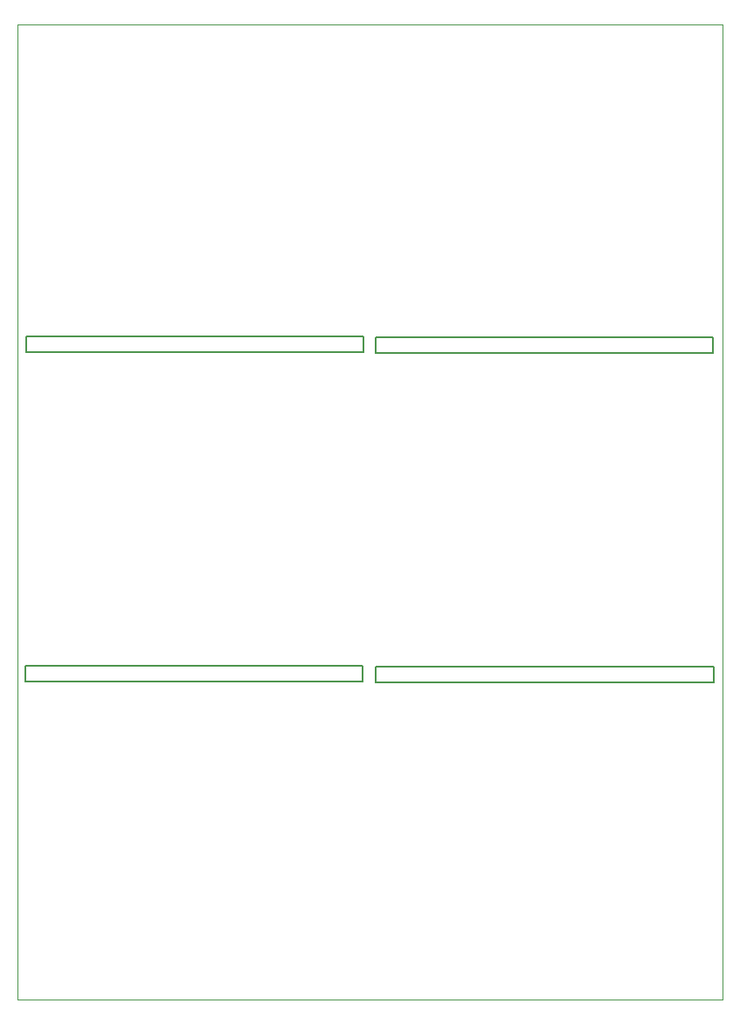
<source format=gbr>
%TF.GenerationSoftware,KiCad,Pcbnew,9.0.0-9.0.0-2~ubuntu22.04.1*%
%TF.CreationDate,2025-03-13T08:20:24+01:00*%
%TF.ProjectId,detec_power,64657465-635f-4706-9f77-65722e6b6963,rev?*%
%TF.SameCoordinates,Original*%
%TF.FileFunction,Profile,NP*%
%FSLAX46Y46*%
G04 Gerber Fmt 4.6, Leading zero omitted, Abs format (unit mm)*
G04 Created by KiCad (PCBNEW 9.0.0-9.0.0-2~ubuntu22.04.1) date 2025-03-13 08:20:24*
%MOMM*%
%LPD*%
G01*
G04 APERTURE LIST*
%TA.AperFunction,Profile*%
%ADD10C,0.200000*%
%TD*%
%TA.AperFunction,Profile*%
%ADD11C,0.050000*%
%TD*%
G04 APERTURE END LIST*
D10*
X152540000Y-68960000D02*
X185230000Y-68960000D01*
X185230000Y-70490000D01*
X152540000Y-70490000D01*
X152540000Y-68960000D01*
X152570000Y-100890000D02*
X185260000Y-100890000D01*
X185260000Y-102420000D01*
X152570000Y-102420000D01*
X152570000Y-100890000D01*
X118660000Y-68880000D02*
X151350000Y-68880000D01*
X151350000Y-70410000D01*
X118660000Y-70410000D01*
X118660000Y-68880000D01*
D11*
X117860000Y-38690000D02*
X186150000Y-38690000D01*
X186150000Y-133160000D01*
X117860000Y-133160000D01*
X117860000Y-38690000D01*
D10*
X118610000Y-100860000D02*
X151300000Y-100860000D01*
X151300000Y-102390000D01*
X118610000Y-102390000D01*
X118610000Y-100860000D01*
M02*

</source>
